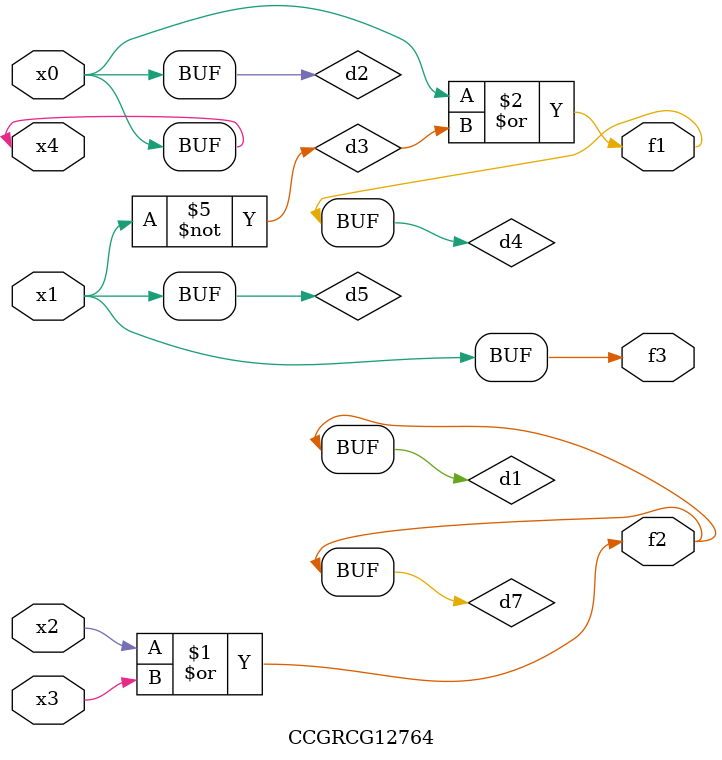
<source format=v>
module CCGRCG12764(
	input x0, x1, x2, x3, x4,
	output f1, f2, f3
);

	wire d1, d2, d3, d4, d5, d6, d7;

	or (d1, x2, x3);
	buf (d2, x0, x4);
	not (d3, x1);
	or (d4, d2, d3);
	not (d5, d3);
	nand (d6, d1, d3);
	or (d7, d1);
	assign f1 = d4;
	assign f2 = d7;
	assign f3 = d5;
endmodule

</source>
